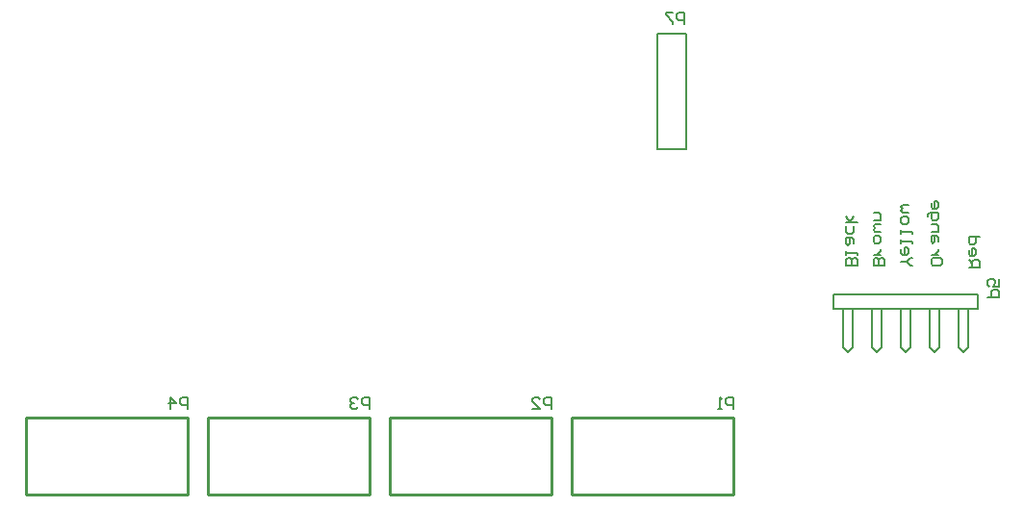
<source format=gbo>
%FSLAX25Y25*%
%MOIN*%
G70*
G01*
G75*
G04 Layer_Color=32896*
%ADD10R,0.03150X0.05512*%
%ADD11R,0.02559X0.00984*%
%ADD12R,0.02362X0.04528*%
%ADD13O,0.07284X0.02362*%
%ADD14R,0.07874X0.03937*%
%ADD15R,0.17716X0.17716*%
%ADD16O,0.02559X0.00984*%
%ADD17O,0.00984X0.02559*%
%ADD18R,0.03543X0.02953*%
%ADD19R,0.05315X0.03740*%
%ADD20R,0.11811X0.00039*%
%ADD21R,0.01575X0.01575*%
%ADD22R,0.06102X0.02559*%
%ADD23O,0.00984X0.02362*%
%ADD24R,0.08268X0.05512*%
%ADD25O,0.01772X0.05118*%
%ADD26R,0.00984X0.01969*%
%ADD27R,0.05118X0.03937*%
%ADD28R,0.03937X0.03543*%
%ADD29R,0.03937X0.01378*%
%ADD30R,0.02953X0.09449*%
%ADD31O,0.02362X0.08071*%
%ADD32R,0.08071X0.03150*%
%ADD33R,0.03543X0.03150*%
%ADD34R,0.01969X0.02362*%
%ADD35R,0.03150X0.03543*%
%ADD36R,0.02362X0.01969*%
%ADD37R,0.03937X0.05118*%
%ADD38C,0.03937*%
%ADD39C,0.01000*%
%ADD40C,0.01969*%
%ADD41C,0.01181*%
%ADD42C,0.03150*%
%ADD43C,0.05906*%
%ADD44C,0.01575*%
%ADD45C,0.03937*%
%ADD46C,0.02362*%
%ADD47C,0.00787*%
G04:AMPARAMS|DCode=48|XSize=18.11mil|YSize=66.44mil|CornerRadius=0mil|HoleSize=0mil|Usage=FLASHONLY|Rotation=34.500|XOffset=0mil|YOffset=0mil|HoleType=Round|Shape=Rectangle|*
%AMROTATEDRECTD48*
4,1,4,0.01135,-0.03251,-0.02628,0.02225,-0.01135,0.03251,0.02628,-0.02225,0.01135,-0.03251,0.0*
%
%ADD48ROTATEDRECTD48*%

%ADD49R,0.01811X0.07992*%
%ADD50R,0.12598X0.05079*%
%ADD51R,0.12598X0.04764*%
%ADD52R,0.08583X0.15590*%
%ADD53R,1.00709X0.04764*%
%ADD54R,0.36142X0.03937*%
%ADD55R,0.19193X0.05079*%
%ADD56R,0.04724X0.03150*%
%ADD57R,0.03937X0.02913*%
%ADD58R,0.35500X0.02000*%
%ADD59R,0.12728X0.02500*%
%ADD60R,0.03032X0.06303*%
%ADD61R,0.05906X0.05906*%
%ADD62C,0.05906*%
%ADD63R,0.05906X0.05906*%
%ADD64C,0.11811*%
%ADD65C,0.06000*%
%ADD66C,0.02598*%
%ADD67C,0.03150*%
%ADD68C,0.07874*%
%ADD69C,0.00984*%
%ADD70C,0.00800*%
%ADD71C,0.11811*%
D39*
X416449Y217783D02*
X472650D01*
Y191307D02*
Y217783D01*
X416449Y191307D02*
Y217783D01*
Y191307D02*
X472650D01*
X227449Y217783D02*
X283650D01*
Y191307D02*
Y217783D01*
X227449Y191307D02*
Y217783D01*
Y191307D02*
X283650D01*
X290449Y217783D02*
X346650D01*
Y191307D02*
Y217783D01*
X290449Y191307D02*
Y217783D01*
Y191307D02*
X346650D01*
X353449Y217783D02*
X409650D01*
Y191307D02*
Y217783D01*
X353449Y191307D02*
Y217783D01*
Y191307D02*
X409650D01*
D47*
X507000Y255500D02*
Y260500D01*
Y255500D02*
X557000D01*
Y260500D01*
X553667Y242167D02*
Y255500D01*
X552000Y240500D02*
X553667Y242167D01*
X550333D02*
X552000Y240500D01*
X550333Y242167D02*
Y255500D01*
X543667Y242167D02*
Y255500D01*
X542000Y240500D02*
X543667Y242167D01*
X540333D02*
X542000Y240500D01*
X540333Y242167D02*
Y255500D01*
X533667Y242167D02*
Y255500D01*
X532000Y240500D02*
X533667Y242167D01*
X530333D02*
X532000Y240500D01*
X530333Y242167D02*
Y255500D01*
X523667Y242167D02*
Y255500D01*
X522000Y240500D02*
X523667Y242167D01*
X520333D02*
X522000Y240500D01*
X520333Y242167D02*
Y255500D01*
X513667Y242167D02*
Y255500D01*
X512000Y240500D02*
X513667Y242167D01*
X510333D02*
X512000Y240500D01*
X510333Y242167D02*
Y255500D01*
X507000Y260500D02*
X557000D01*
X446000Y351000D02*
X456000D01*
X446000Y311000D02*
Y351000D01*
X456000Y311000D02*
Y351000D01*
X446000Y311000D02*
X456000D01*
X560500Y259500D02*
X564436D01*
Y261468D01*
X563780Y262124D01*
X562468D01*
X561812Y261468D01*
Y259500D01*
X564436Y266060D02*
Y263436D01*
X562468D01*
X563124Y264748D01*
Y265404D01*
X562468Y266060D01*
X561156D01*
X560500Y265404D01*
Y264092D01*
X561156Y263436D01*
X455600Y354200D02*
Y358136D01*
X453632D01*
X452976Y357480D01*
Y356168D01*
X453632Y355512D01*
X455600D01*
X451664Y358136D02*
X449040D01*
Y357480D01*
X451664Y354856D01*
Y354200D01*
X472400Y221100D02*
Y225036D01*
X470432D01*
X469776Y224380D01*
Y223068D01*
X470432Y222412D01*
X472400D01*
X468464Y221100D02*
X467152D01*
X467808D01*
Y225036D01*
X468464Y224380D01*
X283400Y221100D02*
Y225036D01*
X281432D01*
X280776Y224380D01*
Y223068D01*
X281432Y222412D01*
X283400D01*
X277496Y221100D02*
Y225036D01*
X279464Y223068D01*
X276840D01*
X346400Y221100D02*
Y225036D01*
X344432D01*
X343776Y224380D01*
Y223068D01*
X344432Y222412D01*
X346400D01*
X342464Y224380D02*
X341808Y225036D01*
X340496D01*
X339840Y224380D01*
Y223724D01*
X340496Y223068D01*
X341152D01*
X340496D01*
X339840Y222412D01*
Y221756D01*
X340496Y221100D01*
X341808D01*
X342464Y221756D01*
X409400Y221100D02*
Y225036D01*
X407432D01*
X406776Y224380D01*
Y223068D01*
X407432Y222412D01*
X409400D01*
X402840Y221100D02*
X405464D01*
X402840Y223724D01*
Y224380D01*
X403496Y225036D01*
X404808D01*
X405464Y224380D01*
X515436Y270500D02*
X511500D01*
Y272468D01*
X512156Y273124D01*
X512812D01*
X513468Y272468D01*
Y270500D01*
Y272468D01*
X514124Y273124D01*
X514780D01*
X515436Y272468D01*
Y270500D01*
X511500Y274436D02*
Y275748D01*
Y275092D01*
X515436D01*
Y274436D01*
X514124Y278372D02*
Y279683D01*
X513468Y280339D01*
X511500D01*
Y278372D01*
X512156Y277715D01*
X512812Y278372D01*
Y280339D01*
X514124Y284275D02*
Y282307D01*
X513468Y281651D01*
X512156D01*
X511500Y282307D01*
Y284275D01*
Y285587D02*
X515436D01*
X512812D02*
X514124Y287555D01*
X512812Y285587D02*
X511500Y287555D01*
X524936Y270500D02*
X521000D01*
Y272468D01*
X521656Y273124D01*
X522312D01*
X522968Y272468D01*
Y270500D01*
Y272468D01*
X523624Y273124D01*
X524280D01*
X524936Y272468D01*
Y270500D01*
X523624Y274436D02*
X521000D01*
X522312D01*
X522968Y275092D01*
X523624Y275748D01*
Y276404D01*
X521000Y279027D02*
Y280339D01*
X521656Y280995D01*
X522968D01*
X523624Y280339D01*
Y279027D01*
X522968Y278372D01*
X521656D01*
X521000Y279027D01*
X523624Y282307D02*
X521656D01*
X521000Y282963D01*
X521656Y283619D01*
X521000Y284275D01*
X521656Y284931D01*
X523624D01*
X521000Y286243D02*
X523624D01*
Y288211D01*
X522968Y288867D01*
X521000D01*
X534436Y270500D02*
X533780D01*
X532468Y271812D01*
X533780Y273124D01*
X534436D01*
X532468Y271812D02*
X530500D01*
Y276404D02*
Y275092D01*
X531156Y274436D01*
X532468D01*
X533124Y275092D01*
Y276404D01*
X532468Y277060D01*
X531812D01*
Y274436D01*
X530500Y278372D02*
Y279683D01*
Y279027D01*
X534436D01*
Y278372D01*
X530500Y281651D02*
Y282963D01*
Y282307D01*
X534436D01*
Y281651D01*
X530500Y285587D02*
Y286899D01*
X531156Y287555D01*
X532468D01*
X533124Y286899D01*
Y285587D01*
X532468Y284931D01*
X531156D01*
X530500Y285587D01*
X533124Y288867D02*
X531156D01*
X530500Y289523D01*
X531156Y290179D01*
X530500Y290835D01*
X531156Y291491D01*
X533124D01*
X544936Y272468D02*
Y271156D01*
X544280Y270500D01*
X541656D01*
X541000Y271156D01*
Y272468D01*
X541656Y273124D01*
X544280D01*
X544936Y272468D01*
X543624Y274436D02*
X541000D01*
X542312D01*
X542968Y275092D01*
X543624Y275748D01*
Y276404D01*
Y279027D02*
Y280339D01*
X542968Y280995D01*
X541000D01*
Y279027D01*
X541656Y278372D01*
X542312Y279027D01*
Y280995D01*
X541000Y282307D02*
X543624D01*
Y284275D01*
X542968Y284931D01*
X541000D01*
X539688Y287555D02*
Y288211D01*
X540344Y288867D01*
X543624D01*
Y286899D01*
X542968Y286243D01*
X541656D01*
X541000Y286899D01*
Y288867D01*
Y292147D02*
Y290835D01*
X541656Y290179D01*
X542968D01*
X543624Y290835D01*
Y292147D01*
X542968Y292803D01*
X542312D01*
Y290179D01*
X554000Y270000D02*
X557936D01*
Y271968D01*
X557280Y272624D01*
X555968D01*
X555312Y271968D01*
Y270000D01*
Y271312D02*
X554000Y272624D01*
Y275904D02*
Y274592D01*
X554656Y273936D01*
X555968D01*
X556624Y274592D01*
Y275904D01*
X555968Y276560D01*
X555312D01*
Y273936D01*
X557936Y280495D02*
X554000D01*
Y278527D01*
X554656Y277871D01*
X555968D01*
X556624Y278527D01*
Y280495D01*
M02*

</source>
